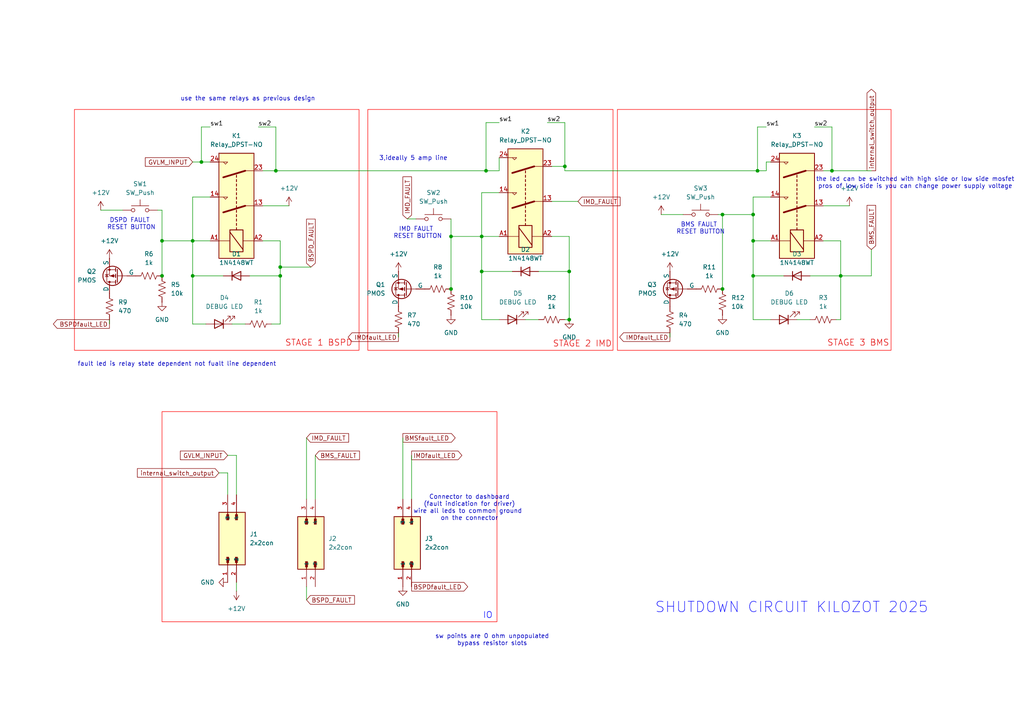
<source format=kicad_sch>
(kicad_sch (version 20250114) (generator "eeschema") (generator_version "9.0")
  (paper "A4")
  (lib_symbols
    (symbol "39296048:39296048" (pin_names (offset 1.016))
      (property "Reference" "J" (at -7.62 3.81 0))
      (property "Value" "39296048" (at -7.62 -7.62 0))
      (symbol "39296048_0_0"
        (polyline (pts (xy -7.62 0) (xy -5.715 0)) (stroke (width 0.254)))
        (polyline (pts (xy -7.62 -2.54) (xy -5.715 -2.54)) (stroke (width 0.254)))
        (rectangle (start -7.62 -5.08) (end 7.62 2.54) (stroke (width 0.254)) (fill (type background)))
        (rectangle (start -6.985 -0.3048) (end -5.3848 0.3048) (fill (type outline)))
        (rectangle (start -6.985 -2.8448) (end -5.3848 -2.2098) (fill (type outline)))
        (polyline (pts (xy 5.4102 0.3302) (xy 6.985 0.3302) (xy 6.985 -0.3302) (xy 5.4102 -0.3302) (xy 5.4102 0.3302)) (fill (type outline)))
        (polyline (pts (xy 5.4102 -2.2352) (xy 6.985 -2.2352) (xy 6.985 -2.8702) (xy 5.4102 -2.8702) (xy 5.4102 -2.2352)) (fill (type outline)))
        (polyline (pts (xy 7.62 0) (xy 5.715 0)) (stroke (width 0.254)))
        (polyline (pts (xy 7.62 -2.54) (xy 5.715 -2.54)) (stroke (width 0.254)))
        (pin passive line (at -12.7 0 0) (length 5.08) (name "1") (number "1"))
        (pin passive line (at -12.7 -2.54 0) (length 5.08) (name "2") (number "2"))
        (pin passive line (at 12.7 0 180) (length 5.08) (name "3") (number "3"))
        (pin passive line (at 12.7 -2.54 180) (length 5.08) (name "4") (number "4"))
      )
    )
    (symbol "Device:LED" (pin_numbers (hide yes)) (pin_names (offset 1.016) (hide yes))
      (property "Reference" "D" (at 0 2.54 0))
      (property "Value" "LED" (at 0 -2.54 0))
      (symbol "LED_0_1"
        (polyline (pts (xy -3.048 -0.762) (xy -4.572 -2.286) (xy -3.81 -2.286) (xy -4.572 -2.286) (xy -4.572 -1.524)))
        (polyline (pts (xy -1.778 -0.762) (xy -3.302 -2.286) (xy -2.54 -2.286) (xy -3.302 -2.286) (xy -3.302 -1.524)))
        (polyline (pts (xy -1.27 0) (xy 1.27 0)))
        (polyline (pts (xy -1.27 -1.27) (xy -1.27 1.27)) (stroke (width 0.254)))
        (polyline (pts (xy 1.27 -1.27) (xy 1.27 1.27) (xy -1.27 0) (xy 1.27 -1.27)) (stroke (width 0.254)))
      )
      (symbol "LED_1_1"
        (pin passive line (at -3.81 0 0) (length 2.54) (name "K") (number "1"))
        (pin passive line (at 3.81 0 180) (length 2.54) (name "A") (number "2"))
      )
    )
    (symbol "Device:R_US" (pin_numbers (hide yes)) (pin_names (offset 0))
      (property "Reference" "R" (at 2.54 0 90))
      (property "Value" "R_US" (at -2.54 0 90))
      (symbol "R_US_0_1"
        (polyline (pts (xy 0 2.286) (xy 0 2.54)))
        (polyline (pts (xy 0 2.286) (xy 1.016 1.905) (xy 0 1.524) (xy -1.016 1.143) (xy 0 0.762)))
        (polyline (pts (xy 0 0.762) (xy 1.016 0.381) (xy 0 0) (xy -1.016 -0.381) (xy 0 -0.762)))
        (polyline (pts (xy 0 -0.762) (xy 1.016 -1.143) (xy 0 -1.524) (xy -1.016 -1.905) (xy 0 -2.286)))
        (polyline (pts (xy 0 -2.286) (xy 0 -2.54)))
      )
      (symbol "R_US_1_1"
        (pin passive line (at 0 3.81 270) (length 1.27) (name "~") (number "1"))
        (pin passive line (at 0 -3.81 90) (length 1.27) (name "~") (number "2"))
      )
    )
    (symbol "Diode:1N4148WT" (pin_numbers (hide yes)) (pin_names (hide yes))
      (property "Reference" "D" (at 0 2.54 0))
      (property "Value" "1N4148WT" (at 0 -2.54 0))
      (symbol "1N4148WT_0_1"
        (polyline (pts (xy -1.27 1.27) (xy -1.27 -1.27)) (stroke (width 0.254)))
        (polyline (pts (xy 1.27 1.27) (xy 1.27 -1.27) (xy -1.27 0) (xy 1.27 1.27)) (stroke (width 0.254)))
        (polyline (pts (xy 1.27 0) (xy -1.27 0)))
      )
      (symbol "1N4148WT_1_1"
        (pin passive line (at -3.81 0 0) (length 2.54) (name "K") (number "1"))
        (pin passive line (at 3.81 0 180) (length 2.54) (name "A") (number "2"))
      )
    )
    (symbol "Relay:Relay_DPST-NO"
      (property "Reference" "K" (at 16.51 3.81 0))
      (property "Value" "Relay_DPST-NO" (at 16.51 1.27 0))
      (symbol "Relay_DPST-NO_0_1"
        (rectangle (start -15.24 5.08) (end 15.24 -5.08) (stroke (width 0.254)) (fill (type background)))
        (rectangle (start -13.335 1.905) (end -6.985 -1.905) (stroke (width 0.254)))
        (polyline (pts (xy -12.7 -1.905) (xy -7.62 1.905)) (stroke (width 0.254)))
        (polyline (pts (xy -10.16 5.08) (xy -10.16 1.905)))
        (polyline (pts (xy -10.16 -5.08) (xy -10.16 -1.905)))
        (polyline (pts (xy -6.985 0) (xy -6.35 0)) (stroke (width 0.254)))
        (polyline (pts (xy -5.715 0) (xy -5.08 0)) (stroke (width 0.254)))
        (polyline (pts (xy -4.445 0) (xy -3.81 0)) (stroke (width 0.254)))
        (polyline (pts (xy -3.175 0) (xy -2.54 0)) (stroke (width 0.254)))
        (polyline (pts (xy -1.905 0) (xy -1.27 0)) (stroke (width 0.254)))
        (polyline (pts (xy -0.635 0) (xy 0 0)) (stroke (width 0.254)))
        (polyline (pts (xy 0 -2.54) (xy -1.905 3.81)) (stroke (width 0.508)))
        (polyline (pts (xy 0 -2.54) (xy 0 -5.08)))
        (polyline (pts (xy 0.635 0) (xy 1.27 0)) (stroke (width 0.254)))
        (polyline (pts (xy 1.905 0) (xy 2.54 0)) (stroke (width 0.254)))
        (polyline (pts (xy 2.54 5.08) (xy 2.54 2.54) (xy 1.905 3.175) (xy 2.54 3.81)))
        (polyline (pts (xy 3.175 0) (xy 3.81 0)) (stroke (width 0.254)))
        (polyline (pts (xy 4.445 0) (xy 5.08 0)) (stroke (width 0.254)))
        (polyline (pts (xy 5.715 0) (xy 6.35 0)) (stroke (width 0.254)))
        (polyline (pts (xy 6.985 0) (xy 7.62 0)) (stroke (width 0.254)))
        (polyline (pts (xy 8.255 0) (xy 8.89 0)) (stroke (width 0.254)))
        (polyline (pts (xy 10.16 -2.54) (xy 8.255 3.81)) (stroke (width 0.508)))
        (polyline (pts (xy 10.16 -2.54) (xy 10.16 -5.08)))
        (polyline (pts (xy 12.7 5.08) (xy 12.7 2.54) (xy 12.065 3.175) (xy 12.7 3.81)))
      )
      (symbol "Relay_DPST-NO_1_1"
        (pin passive line (at -10.16 7.62 270) (length 2.54) (name "~") (number "A1"))
        (pin passive line (at -10.16 -7.62 90) (length 2.54) (name "~") (number "A2"))
        (pin passive line (at 0 -7.62 90) (length 2.54) (name "~") (number "13"))
        (pin passive line (at 2.54 7.62 270) (length 2.54) (name "~") (number "14"))
        (pin passive line (at 10.16 -7.62 90) (length 2.54) (name "~") (number "23"))
        (pin passive line (at 12.7 7.62 270) (length 2.54) (name "~") (number "24"))
      )
    )
    (symbol "Simulation_SPICE:PMOS" (pin_numbers (hide yes)) (pin_names (offset 0))
      (property "Reference" "Q" (at 5.08 1.27 0))
      (property "Value" "PMOS" (at 5.08 -1.27 0))
      (symbol "PMOS_0_1"
        (polyline (pts (xy 0.254 1.905) (xy 0.254 -1.905)) (stroke (width 0.254)))
        (polyline (pts (xy 0.254 0) (xy -2.54 0)))
        (polyline (pts (xy 0.762 2.286) (xy 0.762 1.27)) (stroke (width 0.254)))
        (polyline (pts (xy 0.762 1.778) (xy 3.302 1.778) (xy 3.302 -1.778) (xy 0.762 -1.778)))
        (polyline (pts (xy 0.762 0.508) (xy 0.762 -0.508)) (stroke (width 0.254)))
        (polyline (pts (xy 0.762 -1.27) (xy 0.762 -2.286)) (stroke (width 0.254)))
        (circle (center 1.651 0) (radius 2.794) (stroke (width 0.254)))
        (polyline (pts (xy 2.286 0) (xy 1.27 0.381) (xy 1.27 -0.381) (xy 2.286 0)) (fill (type outline)))
        (polyline (pts (xy 2.54 2.54) (xy 2.54 1.778)))
        (circle (center 2.54 1.778) (radius 0.254) (fill (type outline)))
        (circle (center 2.54 -1.778) (radius 0.254) (fill (type outline)))
        (polyline (pts (xy 2.54 -2.54) (xy 2.54 0) (xy 0.762 0)))
        (polyline (pts (xy 2.794 -0.508) (xy 2.921 -0.381) (xy 3.683 -0.381) (xy 3.81 -0.254)))
        (polyline (pts (xy 3.302 -0.381) (xy 2.921 0.254) (xy 3.683 0.254) (xy 3.302 -0.381)))
      )
      (symbol "PMOS_1_1"
        (pin input line (at -5.08 0 0) (length 2.54) (name "G") (number "2"))
        (pin passive line (at 2.54 5.08 270) (length 2.54) (name "D") (number "1"))
        (pin passive line (at 2.54 -5.08 90) (length 2.54) (name "S") (number "3"))
      )
    )
    (symbol "Switch:SW_Push" (pin_numbers (hide yes)) (pin_names (offset 1.016) (hide yes))
      (property "Reference" "SW" (at 1.27 2.54 0))
      (property "Value" "SW_Push" (at 0 -1.524 0))
      (symbol "SW_Push_0_1"
        (circle (center -2.032 0) (radius 0.508))
        (polyline (pts (xy 0 1.27) (xy 0 3.048)))
        (circle (center 2.032 0) (radius 0.508))
        (polyline (pts (xy 2.54 1.27) (xy -2.54 1.27)))
        (pin passive line (at -5.08 0 0) (length 2.54) (name "1") (number "1"))
        (pin passive line (at 5.08 0 180) (length 2.54) (name "2") (number "2"))
      )
    )
    (symbol "power:+12V" (power) (pin_numbers (hide yes)) (pin_names (offset 0) (hide yes))
      (property "Value" "+12V" (at 0 3.556 0))
      (symbol "+12V_0_1"
        (polyline (pts (xy -0.762 1.27) (xy 0 2.54)))
        (polyline (pts (xy 0 2.54) (xy 0.762 1.27)))
        (polyline (pts (xy 0 0) (xy 0 2.54)))
      )
      (symbol "+12V_1_1"
        (pin power_in line (at 0 0 90) (length 0) (name "~") (number "1"))
      )
    )
    (symbol "power:GND" (power) (pin_numbers (hide yes)) (pin_names (offset 0) (hide yes))
      (property "Value" "GND" (at 0 -3.81 0))
      (symbol "GND_0_1"
        (polyline (pts (xy 0 0) (xy 0 -1.27) (xy 1.27 -1.27) (xy 0 -2.54) (xy -1.27 -1.27) (xy 0 -1.27)))
      )
      (symbol "GND_1_1"
        (pin power_in line (at 0 0 270) (length 0) (name "~") (number "1"))
      )
    )
  )
  (text "Connector to dashboard\n(fault indication for driver)\nwire all leds to common ground \non the connector" (at 136.144 147.32 0) (effects (font (size 1.27 1.27))))
  (text "3,ideally 5 amp line" (at 119.888 45.974 0) (effects (font (size 1.27 1.27))))
  (text "DSPD FAULT \nRESET BUTTON" (at 38.1 65.024 0) (effects (font (size 1.27 1.27))))
  (text "the led can be switched with high side or low side mosfet \npros of low side is you can change power supply voltage " (at 265.938 53.086 0) (effects (font (size 1.27 1.27))))
  (text "fault led is relay state dependent not fualt line dependent" (at 51.308 105.664 0) (effects (font (size 1.27 1.27))))
  (text "STAGE 1 BSPD" (at 92.456 99.568 0) (effects (font (size 1.778 1.778))))
  (text "sw points are 0 ohm unpopulated\nbypass resistor slots" (at 142.748 185.674 0) (effects (font (size 1.27 1.27))))
  (text "IO" (at 141.478 178.562 0) (effects (font (size 1.778 1.778))))
  (text "SHUTDOWN CIRCUIT KILOZOT 2025" (at 229.616 176.276 0) (effects (font (size 3.048 3.048))))
  (text "use the same relays as previous design" (at 71.882 28.702 0) (effects (font (size 1.27 1.27))))
  (text "IMD FAULT \nRESET BUTTON" (at 121.158 67.564 0) (effects (font (size 1.27 1.27))))
  (text "STAGE 3 BMS" (at 248.92 99.568 0) (effects (font (size 1.778 1.778))))
  (text "STAGE 2 IMD" (at 168.91 99.822 0) (effects (font (size 1.778 1.778))))
  (text "BMS FAULT \nRESET BUTTON" (at 203.2 66.294 0) (effects (font (size 1.27 1.27))))
  (junction (at 130.81 68.58))
  (junction (at 46.99 69.85))
  (junction (at 219.71 49.53))
  (junction (at 165.1 92.71))
  (junction (at 218.44 69.85))
  (junction (at 241.3 49.53))
  (junction (at 209.55 83.82))
  (junction (at 243.84 80.01))
  (junction (at 55.88 80.01))
  (junction (at 80.01 49.53))
  (junction (at 130.81 83.82))
  (junction (at 218.44 80.01))
  (junction (at 139.7 78.74))
  (junction (at 81.28 80.01))
  (junction (at 209.55 62.23))
  (junction (at 163.83 48.26))
  (junction (at 139.7 68.58))
  (junction (at 58.42 46.99))
  (junction (at 81.28 77.47))
  (junction (at 55.88 69.85))
  (junction (at 140.97 49.53))
  (junction (at 165.1 78.74))
  (junction (at 218.44 62.23))
  (junction (at 46.99 80.01))
  (wire (pts (xy 243.84 92.71) (xy 242.57 92.71)))
  (wire (pts (xy 139.7 78.74) (xy 139.7 92.71)))
  (wire (pts (xy 130.81 68.58) (xy 139.7 68.58)))
  (wire (pts (xy 158.75 35.56) (xy 163.83 35.56)))
  (wire (pts (xy 218.44 57.15) (xy 218.44 62.23)))
  (wire (pts (xy 222.25 46.99) (xy 222.25 49.53)))
  (wire (pts (xy 80.01 36.83) (xy 80.01 49.53)))
  (wire (pts (xy 91.44 132.08) (xy 91.44 144.78)))
  (wire (pts (xy 81.28 77.47) (xy 90.17 77.47)))
  (wire (pts (xy 222.25 36.83) (xy 219.71 36.83)))
  (wire (pts (xy 29.21 60.96) (xy 35.56 60.96)))
  (wire (pts (xy 222.25 46.99) (xy 223.52 46.99)))
  (wire (pts (xy 152.4 92.71) (xy 156.21 92.71)))
  (wire (pts (xy 55.88 69.85) (xy 55.88 80.01)))
  (wire (pts (xy 130.81 63.5) (xy 130.81 68.58)))
  (wire (pts (xy 68.58 132.08) (xy 66.04 132.08)))
  (wire (pts (xy 116.84 127) (xy 116.84 144.78)))
  (wire (pts (xy 46.99 69.85) (xy 46.99 80.01)))
  (wire (pts (xy 74.93 36.83) (xy 80.01 36.83)))
  (wire (pts (xy 81.28 69.85) (xy 81.28 77.47)))
  (wire (pts (xy 163.83 35.56) (xy 163.83 48.26)))
  (wire (pts (xy 55.88 46.99) (xy 58.42 46.99)))
  (wire (pts (xy 68.58 168.91) (xy 68.58 171.45)))
  (wire (pts (xy 88.9 170.18) (xy 88.9 173.99)))
  (wire (pts (xy 55.88 69.85) (xy 60.96 69.85)))
  (wire (pts (xy 243.84 69.85) (xy 238.76 69.85)))
  (wire (pts (xy 55.88 57.15) (xy 55.88 69.85)))
  (wire (pts (xy 241.3 36.83) (xy 241.3 49.53)))
  (wire (pts (xy 68.58 143.51) (xy 68.58 132.08)))
  (wire (pts (xy 218.44 62.23) (xy 218.44 69.85)))
  (wire (pts (xy 165.1 78.74) (xy 165.1 92.71)))
  (wire (pts (xy 45.72 60.96) (xy 46.99 60.96)))
  (wire (pts (xy 140.97 35.56) (xy 140.97 49.53)))
  (wire (pts (xy 219.71 49.53) (xy 163.83 49.53)))
  (wire (pts (xy 81.28 93.98) (xy 78.74 93.98)))
  (wire (pts (xy 160.02 58.42) (xy 167.64 58.42)))
  (wire (pts (xy 218.44 69.85) (xy 218.44 80.01)))
  (wire (pts (xy 46.99 60.96) (xy 46.99 69.85)))
  (wire (pts (xy 241.3 49.53) (xy 238.76 49.53)))
  (wire (pts (xy 58.42 36.83) (xy 58.42 46.99)))
  (wire (pts (xy 130.81 68.58) (xy 130.81 83.82)))
  (wire (pts (xy 80.01 49.53) (xy 140.97 49.53)))
  (wire (pts (xy 81.28 77.47) (xy 81.28 80.01)))
  (wire (pts (xy 139.7 78.74) (xy 148.59 78.74)))
  (wire (pts (xy 218.44 80.01) (xy 227.33 80.01)))
  (wire (pts (xy 218.44 80.01) (xy 218.44 92.71)))
  (wire (pts (xy 252.73 49.53) (xy 241.3 49.53)))
  (wire (pts (xy 236.22 36.83) (xy 241.3 36.83)))
  (wire (pts (xy 81.28 80.01) (xy 81.28 93.98)))
  (wire (pts (xy 209.55 62.23) (xy 209.55 83.82)))
  (wire (pts (xy 139.7 68.58) (xy 144.78 68.58)))
  (wire (pts (xy 140.97 35.56) (xy 144.78 35.56)))
  (wire (pts (xy 76.2 59.69) (xy 83.82 59.69)))
  (wire (pts (xy 243.84 69.85) (xy 243.84 80.01)))
  (wire (pts (xy 165.1 68.58) (xy 160.02 68.58)))
  (wire (pts (xy 58.42 46.99) (xy 60.96 46.99)))
  (wire (pts (xy 60.96 57.15) (xy 55.88 57.15)))
  (wire (pts (xy 66.04 137.16) (xy 63.5 137.16)))
  (wire (pts (xy 165.1 78.74) (xy 156.21 78.74)))
  (wire (pts (xy 76.2 69.85) (xy 81.28 69.85)))
  (wire (pts (xy 119.38 132.08) (xy 119.38 144.78)))
  (wire (pts (xy 139.7 68.58) (xy 139.7 78.74)))
  (wire (pts (xy 194.31 97.79) (xy 194.31 96.52)))
  (wire (pts (xy 218.44 92.71) (xy 223.52 92.71)))
  (wire (pts (xy 208.28 62.23) (xy 209.55 62.23)))
  (wire (pts (xy 191.77 62.23) (xy 198.12 62.23)))
  (wire (pts (xy 223.52 57.15) (xy 218.44 57.15)))
  (wire (pts (xy 218.44 69.85) (xy 223.52 69.85)))
  (wire (pts (xy 55.88 80.01) (xy 55.88 93.98)))
  (wire (pts (xy 252.73 72.39) (xy 252.73 80.01)))
  (wire (pts (xy 243.84 80.01) (xy 243.84 92.71)))
  (wire (pts (xy 118.11 63.5) (xy 120.65 63.5)))
  (wire (pts (xy 81.28 80.01) (xy 72.39 80.01)))
  (wire (pts (xy 31.75 93.98) (xy 31.75 92.71)))
  (wire (pts (xy 67.31 93.98) (xy 71.12 93.98)))
  (wire (pts (xy 139.7 55.88) (xy 139.7 68.58)))
  (wire (pts (xy 243.84 80.01) (xy 234.95 80.01)))
  (wire (pts (xy 144.78 55.88) (xy 139.7 55.88)))
  (wire (pts (xy 231.14 92.71) (xy 234.95 92.71)))
  (wire (pts (xy 252.73 80.01) (xy 243.84 80.01)))
  (wire (pts (xy 115.57 97.79) (xy 115.57 96.52)))
  (wire (pts (xy 55.88 80.01) (xy 64.77 80.01)))
  (wire (pts (xy 55.88 93.98) (xy 59.69 93.98)))
  (wire (pts (xy 238.76 59.69) (xy 246.38 59.69)))
  (wire (pts (xy 222.25 49.53) (xy 219.71 49.53)))
  (wire (pts (xy 165.1 68.58) (xy 165.1 78.74)))
  (wire (pts (xy 144.78 45.72) (xy 144.78 49.53)))
  (wire (pts (xy 209.55 62.23) (xy 218.44 62.23)))
  (wire (pts (xy 88.9 127) (xy 88.9 144.78)))
  (wire (pts (xy 144.78 49.53) (xy 140.97 49.53)))
  (wire (pts (xy 80.01 49.53) (xy 76.2 49.53)))
  (wire (pts (xy 163.83 49.53) (xy 163.83 48.26)))
  (wire (pts (xy 219.71 36.83) (xy 219.71 49.53)))
  (wire (pts (xy 139.7 92.71) (xy 144.78 92.71)))
  (wire (pts (xy 66.04 143.51) (xy 66.04 137.16)))
  (wire (pts (xy 165.1 92.71) (xy 163.83 92.71)))
  (wire (pts (xy 160.02 48.26) (xy 163.83 48.26)))
  (wire (pts (xy 46.99 69.85) (xy 55.88 69.85)))
  (wire (pts (xy 60.96 36.83) (xy 58.42 36.83)))
  (label "sw2" (at 158.75 35.56 0))
  (label "sw1" (at 222.25 36.83 0))
  (label "sw1" (at 60.96 36.83 0))
  (label "sw1" (at 144.78 35.56 0))
  (label "sw2" (at 236.22 36.83 0))
  (label "sw2" (at 74.93 36.83 0))
  (global_label "IMD_FAULT" (shape input) (at 167.64 58.42 0) (property "Intersheetrefs" "${INTERSHEET_REFS}" (effects (hide yes))))
  (global_label "BSPD_FAULT" (shape input) (at 88.9 173.99 0) (property "Intersheetrefs" "${INTERSHEET_REFS}" (effects (hide yes))))
  (global_label "BMS_FAULT" (shape input) (at 252.73 72.39 90) (property "Intersheetrefs" "${INTERSHEET_REFS}" (effects (hide yes))))
  (global_label "BMS_FAULT" (shape input) (at 91.44 132.08 0) (property "Intersheetrefs" "${INTERSHEET_REFS}" (effects (hide yes))))
  (global_label "GVLM_INPUT" (shape input) (at 66.04 132.08 180) (property "Intersheetrefs" "${INTERSHEET_REFS}" (effects (hide yes))))
  (global_label "IMDfault_LED" (shape output) (at 115.57 97.79 180) (property "Intersheetrefs" "${INTERSHEET_REFS}" (effects (hide yes))))
  (global_label "IMDfault_LED" (shape output) (at 119.38 132.08 0) (property "Intersheetrefs" "${INTERSHEET_REFS}" (effects (hide yes))))
  (global_label "internal_switch_output" (shape output) (at 252.73 49.53 90) (property "Intersheetrefs" "${INTERSHEET_REFS}" (effects (hide yes))))
  (global_label "internal_switch_output" (shape input) (at 63.5 137.16 180) (property "Intersheetrefs" "${INTERSHEET_REFS}" (effects (hide yes))))
  (global_label "BSPD_FAULT" (shape input) (at 90.17 77.47 90) (property "Intersheetrefs" "${INTERSHEET_REFS}" (effects (hide yes))))
  (global_label "IMD_FAULT" (shape input) (at 118.11 63.5 90) (property "Intersheetrefs" "${INTERSHEET_REFS}" (effects (hide yes))))
  (global_label "GVLM_INPUT" (shape input) (at 55.88 46.99 180) (property "Intersheetrefs" "${INTERSHEET_REFS}" (effects (hide yes))))
  (global_label "BSPDfault_LED" (shape output) (at 119.38 170.18 0) (property "Intersheetrefs" "${INTERSHEET_REFS}" (effects (hide yes))))
  (global_label "IMD_FAULT" (shape input) (at 88.9 127 0) (property "Intersheetrefs" "${INTERSHEET_REFS}" (effects (hide yes))))
  (global_label "IMDfault_LED" (shape output) (at 194.31 97.79 180) (property "Intersheetrefs" "${INTERSHEET_REFS}" (effects (hide yes))))
  (global_label "BSPDfault_LED" (shape output) (at 31.75 93.98 180) (property "Intersheetrefs" "${INTERSHEET_REFS}" (effects (hide yes))))
  (global_label "BMSfault_LED" (shape output) (at 116.84 127 0) (property "Intersheetrefs" "${INTERSHEET_REFS}" (effects (hide yes))))
  (rule_area (polyline (pts (xy 106.68 31.75) (xy 106.68 101.6) (xy 177.8 101.6) (xy 177.8 31.75))))
  (rule_area (polyline (pts (xy 46.99 180.34) (xy 144.145 180.34) (xy 144.145 119.38) (xy 46.99 119.38))))
  (rule_area (polyline (pts (xy 21.59 31.75) (xy 21.59 101.6) (xy 104.14 101.6) (xy 104.14 31.75))))
  (rule_area (polyline (pts (xy 179.07 31.75) (xy 179.07 101.6) (xy 258.445 101.6) (xy 258.445 31.75))))
  (symbol (lib_id "power:+12V") (at 246.38 59.69 0) (unit 1)
    (property "Reference" "#PWR06" (effects (hide yes)))
    (property "Value" "+12V" (at 246.38 54.61 0))
    (property "Description" "Power symbol creates a global label with name \"+12V\"" (effects (hide yes)))
  )
  (symbol (lib_id "Device:R_US") (at 205.74 83.82 90) (unit 1)
    (property "Reference" "R11" (at 205.74 77.47 90))
    (property "Value" "1k" (at 205.74 80.01 90))
    (property "Footprint" "Resistor_THT:R_Axial_DIN0207_L6.3mm_D2.5mm_P10.16mm_Horizontal" (effects (hide yes)))
    (property "Description" "Resistor, US symbol" (effects (hide yes)))
  )
  (symbol (lib_id "39296048:39296048") (at 116.84 157.48 90) (unit 1)
    (property "Reference" "J3" (at 123.19 156.2099 90) (effects (justify right)))
    (property "Value" "2x2con" (at 123.19 158.7499 90) (effects (justify right)))
    (property "Footprint" "1MyCustomLibrary:MOLEX_39296048" (effects (hide yes)))
    (property "PARTREV" "M4" (effects (hide yes)))
    (property "STANDARD" "Manufacturer Recommendations" (effects (hide yes)))
    (property "MAXIMUM_PACKAGE_HEIGHT" "12.80mm" (effects (hide yes)))
    (property "MANUFACTURER" "Molex" (effects (hide yes)))
  )
  (symbol (lib_id "power:+12V") (at 83.82 59.69 0) (unit 1)
    (property "Reference" "#PWR01" (effects (hide yes)))
    (property "Value" "+12V" (at 83.82 54.61 0))
    (property "Description" "Power symbol creates a global label with name \"+12V\"" (effects (hide yes)))
  )
  (symbol (lib_id "Device:R_US") (at 31.75 88.9 180) (unit 1)
    (property "Reference" "R9" (at 34.29 87.6299 0) (effects (justify right)))
    (property "Value" "470" (at 34.29 90.1699 0) (effects (justify right)))
    (property "Footprint" "Resistor_THT:R_Axial_DIN0207_L6.3mm_D2.5mm_P10.16mm_Horizontal" (effects (hide yes)))
    (property "Description" "Resistor, US symbol" (effects (hide yes)))
  )
  (symbol (lib_id "Device:R_US") (at 209.55 87.63 0) (unit 1)
    (property "Reference" "R12" (at 212.09 86.3599 0) (effects (justify left)))
    (property "Value" "10k" (at 212.09 88.8999 0) (effects (justify left)))
    (property "Footprint" "Resistor_THT:R_Axial_DIN0207_L6.3mm_D2.5mm_P10.16mm_Horizontal" (effects (hide yes)))
    (property "Description" "Resistor, US symbol" (effects (hide yes)))
  )
  (symbol (lib_id "Diode:1N4148WT") (at 152.4 78.74 0) (unit 1)
    (property "Reference" "D2" (at 152.4 72.39 0))
    (property "Value" "1N4148WT" (at 152.4 74.93 0))
    (property "Footprint" "Diode_THT:D_DO-201_P15.24mm_Horizontal" (effects (hide yes)))
    (property "Datasheet" "https://www.diodes.com/assets/Datasheets/ds30396.pdf" (effects (hide yes)))
    (property "Description" "75V 0.15A Fast switching Diode, SOD-523" (effects (hide yes)))
    (property "Sim.Device" "D" (effects (hide yes)))
    (property "Sim.Pins" "1=K 2=A" (effects (hide yes)))
  )
  (symbol (lib_id "power:+12V") (at 29.21 60.96 0) (unit 1)
    (property "Reference" "#PWR02" (effects (hide yes)))
    (property "Value" "+12V" (at 29.21 55.88 0))
    (property "Description" "Power symbol creates a global label with name \"+12V\"" (effects (hide yes)))
  )
  (symbol (lib_id "Device:LED") (at 227.33 92.71 180) (unit 1)
    (property "Reference" "D6" (at 228.9175 85.09 0))
    (property "Value" "DEBUG LED" (at 228.9175 87.63 0))
    (property "Footprint" "LED_THT:LED_D5.0mm" (effects (hide yes)))
    (property "Description" "Light emitting diode" (effects (hide yes)))
    (property "Sim.Pins" "1=K 2=A" (effects (hide yes)))
  )
  (symbol (lib_id "power:GND") (at 46.99 87.63 0) (unit 1)
    (property "Reference" "#PWR09" (effects (hide yes)))
    (property "Value" "GND" (at 46.99 92.71 0))
    (property "Description" "Power symbol creates a global label with name \"GND\" , ground" (effects (hide yes)))
  )
  (symbol (lib_id "Device:R_US") (at 238.76 92.71 90) (unit 1)
    (property "Reference" "R3" (at 238.76 86.36 90))
    (property "Value" "1k" (at 238.76 88.9 90))
    (property "Footprint" "Resistor_THT:R_Axial_DIN0207_L6.3mm_D2.5mm_P10.16mm_Horizontal" (effects (hide yes)))
    (property "Description" "Resistor, US symbol" (effects (hide yes)))
  )
  (symbol (lib_id "Device:R_US") (at 115.57 92.71 180) (unit 1)
    (property "Reference" "R7" (at 118.11 91.4399 0) (effects (justify right)))
    (property "Value" "470" (at 118.11 93.9799 0) (effects (justify right)))
    (property "Footprint" "Resistor_THT:R_Axial_DIN0207_L6.3mm_D2.5mm_P10.16mm_Horizontal" (effects (hide yes)))
    (property "Description" "Resistor, US symbol" (effects (hide yes)))
  )
  (symbol (lib_id "Device:R_US") (at 127 83.82 90) (unit 1)
    (property "Reference" "R8" (at 127 77.47 90))
    (property "Value" "1k" (at 127 80.01 90))
    (property "Footprint" "Resistor_THT:R_Axial_DIN0207_L6.3mm_D2.5mm_P10.16mm_Horizontal" (effects (hide yes)))
    (property "Description" "Resistor, US symbol" (effects (hide yes)))
  )
  (symbol (lib_id "Relay:Relay_DPST-NO") (at 231.14 59.69 90) (unit 1)
    (property "Reference" "K3" (at 231.14 39.37 90))
    (property "Value" "Relay_DPST-NO" (at 231.14 41.91 90))
    (property "Footprint" "1MyCustomLibrary:RELAY_G6B-2114P-US_OMR" (effects (hide yes)))
    (property "Description" "Relay DPST, monostable, normally open, EN50005" (effects (hide yes)))
  )
  (symbol (lib_id "Diode:1N4148WT") (at 231.14 80.01 0) (unit 1)
    (property "Reference" "D3" (at 231.14 73.66 0))
    (property "Value" "1N4148WT" (at 231.14 76.2 0))
    (property "Footprint" "Diode_THT:D_DO-201_P15.24mm_Horizontal" (effects (hide yes)))
    (property "Datasheet" "https://www.diodes.com/assets/Datasheets/ds30396.pdf" (effects (hide yes)))
    (property "Description" "75V 0.15A Fast switching Diode, SOD-523" (effects (hide yes)))
    (property "Sim.Device" "D" (effects (hide yes)))
    (property "Sim.Pins" "1=K 2=A" (effects (hide yes)))
  )
  (symbol (lib_id "Device:R_US") (at 160.02 92.71 90) (unit 1)
    (property "Reference" "R2" (at 160.02 86.36 90))
    (property "Value" "1k" (at 160.02 88.9 90))
    (property "Footprint" "Resistor_THT:R_Axial_DIN0207_L6.3mm_D2.5mm_P10.16mm_Horizontal" (effects (hide yes)))
    (property "Description" "Resistor, US symbol" (effects (hide yes)))
  )
  (symbol (lib_id "Switch:SW_Push") (at 125.73 63.5 0) (unit 1)
    (property "Reference" "SW2" (at 125.73 55.88 0))
    (property "Value" "SW_Push" (at 125.73 58.42 0))
    (property "Footprint" "Button_Switch_THT:SW_PUSH_6mm" (effects (hide yes)))
    (property "Description" "Push button switch, generic, two pins" (effects (hide yes)))
  )
  (symbol (lib_id "Device:R_US") (at 43.18 80.01 270) (unit 1)
    (property "Reference" "R6" (at 43.18 73.66 90))
    (property "Value" "1k" (at 43.18 76.2 90))
    (property "Footprint" "Resistor_THT:R_Axial_DIN0207_L6.3mm_D2.5mm_P10.16mm_Horizontal" (effects (hide yes)))
    (property "Description" "Resistor, US symbol" (effects (hide yes)))
  )
  (symbol (lib_id "power:+12V") (at 68.58 171.45 180) (unit 1)
    (property "Reference" "#PWR03" (effects (hide yes)))
    (property "Value" "+12V" (at 68.58 176.53 0))
    (property "Description" "Power symbol creates a global label with name \"+12V\"" (effects (hide yes)))
  )
  (symbol (lib_id "Relay:Relay_DPST-NO") (at 68.58 59.69 90) (unit 1)
    (property "Reference" "K1" (at 68.58 39.37 90))
    (property "Value" "Relay_DPST-NO" (at 68.58 41.91 90))
    (property "Footprint" "1MyCustomLibrary:RELAY_G6B-2114P-US_OMR" (effects (hide yes)))
    (property "Description" "Relay DPST, monostable, normally open, EN50005" (effects (hide yes)))
  )
  (symbol (lib_id "power:+12V") (at 115.57 78.74 0) (unit 1)
    (property "Reference" "#PWR010" (effects (hide yes)))
    (property "Value" "+12V" (at 115.57 73.66 0))
    (property "Description" "Power symbol creates a global label with name \"+12V\"" (effects (hide yes)))
  )
  (symbol (lib_id "power:GND") (at 209.55 91.44 0) (unit 1)
    (property "Reference" "#PWR014" (effects (hide yes)))
    (property "Value" "GND" (at 209.55 96.52 0))
    (property "Description" "Power symbol creates a global label with name \"GND\" , ground" (effects (hide yes)))
  )
  (symbol (lib_id "power:GND") (at 66.04 168.91 270) (unit 1)
    (property "Reference" "#PWR07" (effects (hide yes)))
    (property "Value" "GND" (at 62.23 168.9099 90) (effects (justify right)))
    (property "Description" "Power symbol creates a global label with name \"GND\" , ground" (effects (hide yes)))
  )
  (symbol (lib_id "power:+12V") (at 191.77 62.23 0) (unit 1)
    (property "Reference" "#PWR05" (effects (hide yes)))
    (property "Value" "+12V" (at 191.77 57.15 0))
    (property "Description" "Power symbol creates a global label with name \"+12V\"" (effects (hide yes)))
  )
  (symbol (lib_id "Device:R_US") (at 74.93 93.98 90) (unit 1)
    (property "Reference" "R1" (at 74.93 87.63 90))
    (property "Value" "1k" (at 74.93 90.17 90))
    (property "Footprint" "Resistor_THT:R_Axial_DIN0207_L6.3mm_D2.5mm_P10.16mm_Horizontal" (effects (hide yes)))
    (property "Description" "Resistor, US symbol" (effects (hide yes)))
  )
  (symbol (lib_id "Device:R_US") (at 130.81 87.63 0) (unit 1)
    (property "Reference" "R10" (at 133.35 86.3599 0) (effects (justify left)))
    (property "Value" "10k" (at 133.35 88.8999 0) (effects (justify left)))
    (property "Footprint" "Resistor_THT:R_Axial_DIN0207_L6.3mm_D2.5mm_P10.16mm_Horizontal" (effects (hide yes)))
    (property "Description" "Resistor, US symbol" (effects (hide yes)))
  )
  (symbol (lib_id "Device:R_US") (at 46.99 83.82 0) (unit 1)
    (property "Reference" "R5" (at 49.53 82.5499 0) (effects (justify left)))
    (property "Value" "10k" (at 49.53 85.0899 0) (effects (justify left)))
    (property "Footprint" "Resistor_THT:R_Axial_DIN0207_L6.3mm_D2.5mm_P10.16mm_Horizontal" (effects (hide yes)))
    (property "Description" "Resistor, US symbol" (effects (hide yes)))
  )
  (symbol (lib_id "power:GND") (at 130.81 91.44 0) (unit 1)
    (property "Reference" "#PWR013" (effects (hide yes)))
    (property "Value" "GND" (at 130.81 96.52 0))
    (property "Description" "Power symbol creates a global label with name \"GND\" , ground" (effects (hide yes)))
  )
  (symbol (lib_id "Device:LED") (at 63.5 93.98 180) (unit 1)
    (property "Reference" "D4" (at 65.0875 86.36 0))
    (property "Value" "DEBUG LED" (at 65.0875 88.9 0))
    (property "Footprint" "LED_THT:LED_D5.0mm" (effects (hide yes)))
    (property "Description" "Light emitting diode" (effects (hide yes)))
    (property "Sim.Pins" "1=K 2=A" (effects (hide yes)))
  )
  (symbol (lib_id "power:GND") (at 165.1 92.71 0) (unit 1)
    (property "Reference" "#PWR04" (effects (hide yes)))
    (property "Value" "GND" (at 165.1 97.79 0))
    (property "Description" "Power symbol creates a global label with name \"GND\" , ground" (effects (hide yes)))
  )
  (symbol (lib_id "Simulation_SPICE:PMOS") (at 118.11 83.82 180) (unit 1)
    (property "Reference" "Q1" (at 111.76 82.5499 0) (effects (justify left)))
    (property "Value" "PMOS" (at 111.76 85.0899 0) (effects (justify left)))
    (property "Footprint" "Package_TO_SOT_THT:TO-220-3_Vertical" (effects (hide yes)))
    (property "Datasheet" "https://ngspice.sourceforge.io/docs/ngspice-html-manual/manual.xhtml#cha_MOSFETs" (effects (hide yes)))
    (property "Description" "P-MOSFET transistor, drain/source/gate" (effects (hide yes)))
    (property "Sim.Device" "PMOS" (effects (hide yes)))
    (property "Sim.Type" "VDMOS" (effects (hide yes)))
    (property "Sim.Pins" "1=D 2=G 3=S" (effects (hide yes)))
  )
  (symbol (lib_id "Diode:1N4148WT") (at 68.58 80.01 0) (unit 1)
    (property "Reference" "D1" (at 68.58 73.66 0))
    (property "Value" "1N4148WT" (at 68.58 76.2 0))
    (property "Footprint" "Diode_THT:D_DO-201_P15.24mm_Horizontal" (effects (hide yes)))
    (property "Datasheet" "https://www.diodes.com/assets/Datasheets/ds30396.pdf" (effects (hide yes)))
    (property "Description" "75V 0.15A Fast switching Diode, SOD-523" (effects (hide yes)))
    (property "Sim.Device" "D" (effects (hide yes)))
    (property "Sim.Pins" "1=K 2=A" (effects (hide yes)))
  )
  (symbol (lib_id "Switch:SW_Push") (at 203.2 62.23 0) (unit 1)
    (property "Reference" "SW3" (at 203.2 54.61 0))
    (property "Value" "SW_Push" (at 203.2 57.15 0))
    (property "Footprint" "Button_Switch_THT:SW_PUSH_6mm" (effects (hide yes)))
    (property "Description" "Push button switch, generic, two pins" (effects (hide yes)))
  )
  (symbol (lib_id "Relay:Relay_DPST-NO") (at 152.4 58.42 90) (unit 1)
    (property "Reference" "K2" (at 152.4 38.1 90))
    (property "Value" "Relay_DPST-NO" (at 152.4 40.64 90))
    (property "Footprint" "1MyCustomLibrary:RELAY_G6B-2114P-US_OMR" (effects (hide yes)))
    (property "Description" "Relay DPST, monostable, normally open, EN50005" (effects (hide yes)))
  )
  (symbol (lib_id "power:+12V") (at 31.75 74.93 0) (unit 1)
    (property "Reference" "#PWR012" (effects (hide yes)))
    (property "Value" "+12V" (at 31.75 69.85 0))
    (property "Description" "Power symbol creates a global label with name \"+12V\"" (effects (hide yes)))
  )
  (symbol (lib_id "power:GND") (at 116.84 170.18 0) (unit 1)
    (property "Reference" "#PWR011" (effects (hide yes)))
    (property "Value" "GND" (at 116.84 175.26 0))
    (property "Description" "Power symbol creates a global label with name \"GND\" , ground" (effects (hide yes)))
  )
  (symbol (lib_id "39296048:39296048") (at 66.04 156.21 90) (unit 1)
    (property "Reference" "J1" (at 72.39 154.9399 90) (effects (justify right)))
    (property "Value" "2x2con" (at 72.39 157.4799 90) (effects (justify right)))
    (property "Footprint" "1MyCustomLibrary:MOLEX_39296048" (effects (hide yes)))
    (property "PARTREV" "M4" (effects (hide yes)))
    (property "STANDARD" "Manufacturer Recommendations" (effects (hide yes)))
    (property "MAXIMUM_PACKAGE_HEIGHT" "12.80mm" (effects (hide yes)))
    (property "MANUFACTURER" "Molex" (effects (hide yes)))
  )
  (symbol (lib_id "Simulation_SPICE:PMOS") (at 196.85 83.82 180) (unit 1)
    (property "Reference" "Q3" (at 190.5 82.5499 0) (effects (justify left)))
    (property "Value" "PMOS" (at 190.5 85.0899 0) (effects (justify left)))
    (property "Footprint" "Package_TO_SOT_THT:TO-220-3_Vertical" (effects (hide yes)))
    (property "Datasheet" "https://ngspice.sourceforge.io/docs/ngspice-html-manual/manual.xhtml#cha_MOSFETs" (effects (hide yes)))
    (property "Description" "P-MOSFET transistor, drain/source/gate" (effects (hide yes)))
    (property "Sim.Device" "PMOS" (effects (hide yes)))
    (property "Sim.Type" "VDMOS" (effects (hide yes)))
    (property "Sim.Pins" "1=D 2=G 3=S" (effects (hide yes)))
  )
  (symbol (lib_id "Device:LED") (at 148.59 92.71 180) (unit 1)
    (property "Reference" "D5" (at 150.1775 85.09 0))
    (property "Value" "DEBUG LED" (at 150.1775 87.63 0))
    (property "Footprint" "LED_THT:LED_D5.0mm" (effects (hide yes)))
    (property "Description" "Light emitting diode" (effects (hide yes)))
    (property "Sim.Pins" "1=K 2=A" (effects (hide yes)))
  )
  (symbol (lib_id "Device:R_US") (at 194.31 92.71 180) (unit 1)
    (property "Reference" "R4" (at 196.85 91.4399 0) (effects (justify right)))
    (property "Value" "470" (at 196.85 93.9799 0) (effects (justify right)))
    (property "Footprint" "Resistor_THT:R_Axial_DIN0207_L6.3mm_D2.5mm_P10.16mm_Horizontal" (effects (hide yes)))
    (property "Description" "Resistor, US symbol" (effects (hide yes)))
  )
  (symbol (lib_id "power:+12V") (at 194.31 78.74 0) (unit 1)
    (property "Reference" "#PWR08" (effects (hide yes)))
    (property "Value" "+12V" (at 194.31 73.66 0))
    (property "Description" "Power symbol creates a global label with name \"+12V\"" (effects (hide yes)))
  )
  (symbol (lib_id "39296048:39296048") (at 88.9 157.48 90) (unit 1)
    (property "Reference" "J2" (at 95.25 156.2099 90) (effects (justify right)))
    (property "Value" "2x2con" (at 95.25 158.7499 90) (effects (justify right)))
    (property "Footprint" "1MyCustomLibrary:MOLEX_39296048" (effects (hide yes)))
    (property "PARTREV" "M4" (effects (hide yes)))
    (property "STANDARD" "Manufacturer Recommendations" (effects (hide yes)))
    (property "MAXIMUM_PACKAGE_HEIGHT" "12.80mm" (effects (hide yes)))
    (property "MANUFACTURER" "Molex" (effects (hide yes)))
  )
  (symbol (lib_id "Simulation_SPICE:PMOS") (at 34.29 80.01 180) (unit 1)
    (property "Reference" "Q2" (at 27.94 78.7399 0) (effects (justify left)))
    (property "Value" "PMOS" (at 27.94 81.2799 0) (effects (justify left)))
    (property "Footprint" "Package_TO_SOT_THT:TO-220-3_Vertical" (effects (hide yes)))
    (property "Datasheet" "https://ngspice.sourceforge.io/docs/ngspice-html-manual/manual.xhtml#cha_MOSFETs" (effects (hide yes)))
    (property "Description" "P-MOSFET transistor, drain/source/gate" (effects (hide yes)))
    (property "Sim.Device" "PMOS" (effects (hide yes)))
    (property "Sim.Type" "VDMOS" (effects (hide yes)))
    (property "Sim.Pins" "1=D 2=G 3=S" (effects (hide yes)))
  )
  (symbol (lib_id "Switch:SW_Push") (at 40.64 60.96 0) (unit 1)
    (property "Reference" "SW1" (at 40.64 53.34 0))
    (property "Value" "SW_Push" (at 40.64 55.88 0))
    (property "Footprint" "Button_Switch_THT:SW_PUSH_6mm" (effects (hide yes)))
    (property "Description" "Push button switch, generic, two pins" (effects (hide yes)))
  )
)
</source>
